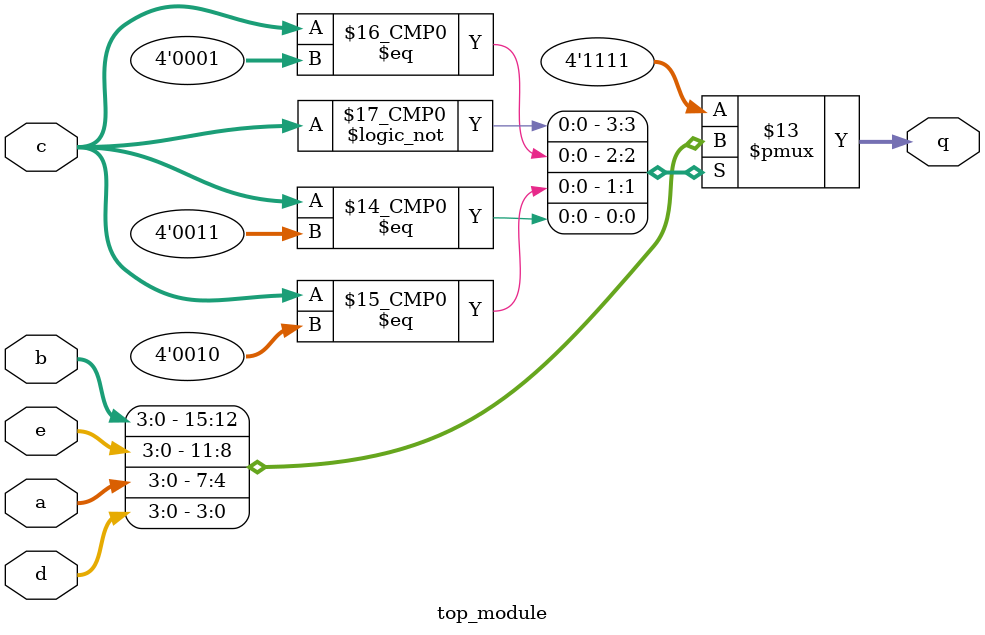
<source format=sv>
module top_module (
    input [3:0] a,
    input [3:0] b,
    input [3:0] c,
    input [3:0] d,
    input [3:0] e,
    output reg [3:0] q
);

always @(*) begin
    case (c)
        4'd0: q = b;
        4'd1: q = e;
        4'd2: q = a;
        4'd3: q = d;
        4'd4: q = 4'hf;
        4'd5: q = 4'hf;
        4'd6: q = 4'hf;
        4'd7: q = 4'hf;
        4'd8: q = 4'hf;
        4'd9: q = 4'hf;
        4'd10: q = 4'hf;
        4'd11: q = 4'hf;
        4'd12: q = 4'hf;
        4'd13: q = 4'hf;
        default: q = 4'hf;
    endcase
end

endmodule

</source>
